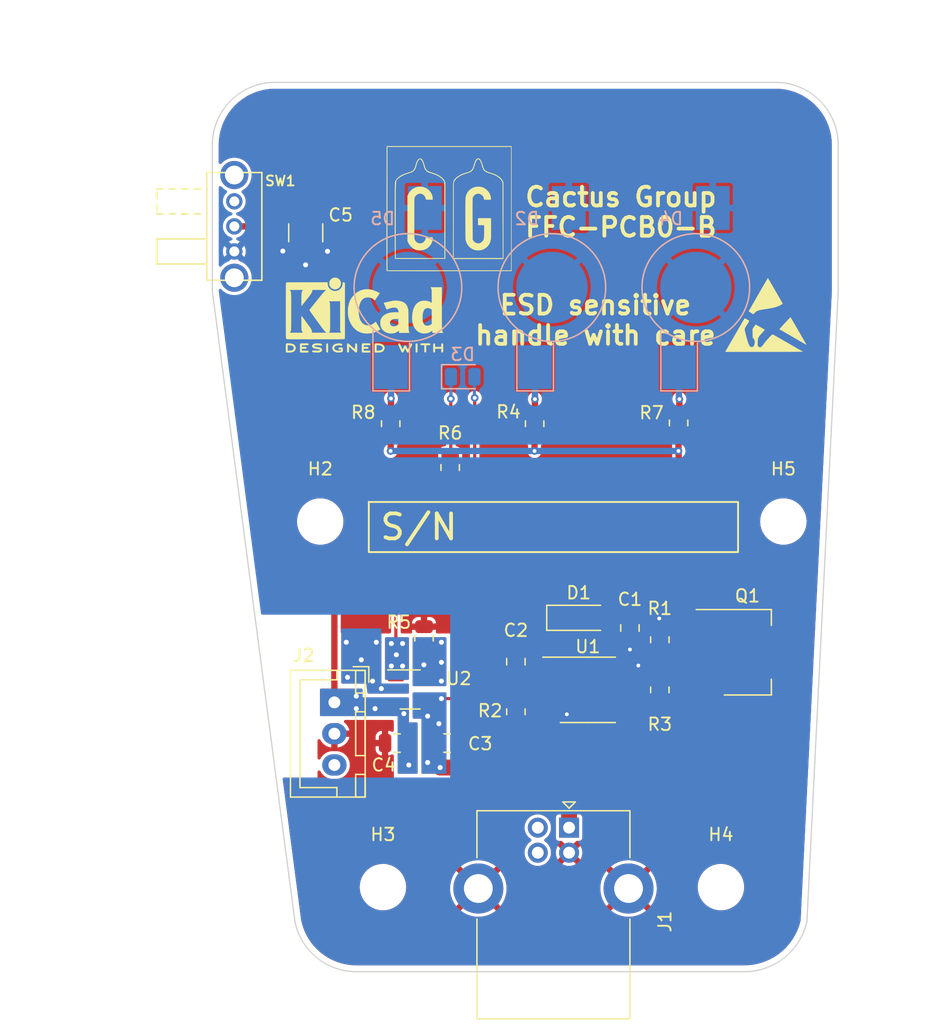
<source format=kicad_pcb>
(kicad_pcb (version 20211014) (generator pcbnew)

  (general
    (thickness 1.6)
  )

  (paper "A4")
  (layers
    (0 "F.Cu" signal)
    (31 "B.Cu" signal)
    (32 "B.Adhes" user "B.Adhesive")
    (33 "F.Adhes" user "F.Adhesive")
    (34 "B.Paste" user)
    (35 "F.Paste" user)
    (36 "B.SilkS" user "B.Silkscreen")
    (37 "F.SilkS" user "F.Silkscreen")
    (38 "B.Mask" user)
    (39 "F.Mask" user)
    (40 "Dwgs.User" user "User.Drawings")
    (41 "Cmts.User" user "User.Comments")
    (42 "Eco1.User" user "User.Eco1")
    (43 "Eco2.User" user "User.Eco2")
    (44 "Edge.Cuts" user)
    (45 "Margin" user)
    (46 "B.CrtYd" user "B.Courtyard")
    (47 "F.CrtYd" user "F.Courtyard")
    (48 "B.Fab" user)
    (49 "F.Fab" user)
    (50 "User.1" user)
    (51 "User.2" user)
    (52 "User.3" user)
    (53 "User.4" user)
    (54 "User.5" user)
    (55 "User.6" user)
    (56 "User.7" user)
    (57 "User.8" user)
    (58 "User.9" user)
  )

  (setup
    (stackup
      (layer "F.SilkS" (type "Top Silk Screen") (color "Black") (material "Direct Printing"))
      (layer "F.Paste" (type "Top Solder Paste"))
      (layer "F.Mask" (type "Top Solder Mask") (color "White") (thickness 0.01) (material "Epoxy") (epsilon_r 3.3) (loss_tangent 0))
      (layer "F.Cu" (type "copper") (thickness 0.035))
      (layer "dielectric 1" (type "core") (thickness 1.51) (material "FR4") (epsilon_r 4.5) (loss_tangent 0.02))
      (layer "B.Cu" (type "copper") (thickness 0.035))
      (layer "B.Mask" (type "Bottom Solder Mask") (color "White") (thickness 0.01) (material "Epoxy") (epsilon_r 3.3) (loss_tangent 0))
      (layer "B.Paste" (type "Bottom Solder Paste"))
      (layer "B.SilkS" (type "Bottom Silk Screen") (color "Black") (material "Direct Printing"))
      (copper_finish "None")
      (dielectric_constraints no)
    )
    (pad_to_mask_clearance 0)
    (pcbplotparams
      (layerselection 0x00010fc_ffffffff)
      (disableapertmacros false)
      (usegerberextensions false)
      (usegerberattributes true)
      (usegerberadvancedattributes true)
      (creategerberjobfile true)
      (svguseinch false)
      (svgprecision 6)
      (excludeedgelayer true)
      (plotframeref false)
      (viasonmask false)
      (mode 1)
      (useauxorigin false)
      (hpglpennumber 1)
      (hpglpenspeed 20)
      (hpglpendiameter 15.000000)
      (dxfpolygonmode true)
      (dxfimperialunits true)
      (dxfusepcbnewfont true)
      (psnegative false)
      (psa4output false)
      (plotreference true)
      (plotvalue true)
      (plotinvisibletext false)
      (sketchpadsonfab false)
      (subtractmaskfromsilk false)
      (outputformat 1)
      (mirror false)
      (drillshape 0)
      (scaleselection 1)
      (outputdirectory "gerber/")
    )
  )

  (net 0 "")
  (net 1 "+BATT")
  (net 2 "GND")
  (net 3 "THR")
  (net 4 "VBUS")
  (net 5 "BTT")
  (net 6 "Net-(D2-Pad1)")
  (net 7 "Net-(D3-Pad1)")
  (net 8 "unconnected-(J1-Pad2)")
  (net 9 "unconnected-(J1-Pad3)")
  (net 10 "unconnected-(J2-Pad3)")
  (net 11 "Net-(Q1-Pad1)")
  (net 12 "Net-(Q1-Pad2)")
  (net 13 "Net-(R2-Pad1)")
  (net 14 "PRG")
  (net 15 "CH")
  (net 16 "unconnected-(U1-Pad2)")
  (net 17 "unconnected-(U1-Pad4)")
  (net 18 "unconnected-(U1-Pad6)")
  (net 19 "unconnected-(U1-Pad8)")
  (net 20 "unconnected-(U1-Pad9)")
  (net 21 "unconnected-(U1-Pad11)")
  (net 22 "unconnected-(U1-Pad13)")
  (net 23 "Net-(D1-Pad2)")
  (net 24 "unconnected-(SW1-Pad1)")
  (net 25 "Net-(D4-Pad1)")
  (net 26 "Net-(D5-Pad1)")

  (footprint "Alessio Impronte con 3D:USB_Balessio" (layer "F.Cu") (at 32 66 -90))

  (footprint "Alessio Impronte con 3D:LOGO_GC_NIXIE" (layer "F.Cu") (at 22.39 16.58))

  (footprint "Resistor_SMD:R_0805_2012Metric" (layer "F.Cu") (at 29.25 33.75 -90))

  (footprint "Capacitor_SMD:C_0805_2012Metric" (layer "F.Cu") (at 27.75 52.75 90))

  (footprint "MountingHole:MountingHole_3.2mm_M3" (layer "F.Cu") (at 49.12 41.56))

  (footprint "Capacitor_SMD:C_1210_3225Metric" (layer "F.Cu") (at 10.96 18.51 90))

  (footprint "MountingHole:MountingHole_3.2mm_M3" (layer "F.Cu") (at 12.12 41.56))

  (footprint "Capacitor_SMD:C_0805_2012Metric" (layer "F.Cu") (at 18.25 59.25 180))

  (footprint "Symbol:ESD-Logo_6.6x6mm_SilkScreen" (layer "F.Cu") (at 47.72824 25.054512))

  (footprint "Resistor_SMD:R_0805_2012Metric" (layer "F.Cu") (at 40.75 33.69 -90))

  (footprint "Capacitor_SMD:C_0805_2012Metric" (layer "F.Cu") (at 22.25 59.25))

  (footprint "Resistor_SMD:R_0805_2012Metric" (layer "F.Cu") (at 27.75 56.75 -90))

  (footprint "Package_SO:TSSOP-14_4.4x5mm_P0.65mm" (layer "F.Cu") (at 33.5 55))

  (footprint "Symbol:KiCad-Logo2_5mm_SilkScreen" (layer "F.Cu") (at 15.65 25.07))

  (footprint "Package_TO_SOT_SMD:SOT-223" (layer "F.Cu") (at 46.25 52))

  (footprint "Resistor_SMD:R_0805_2012Metric" (layer "F.Cu") (at 39.25 55 90))

  (footprint "MountingHole:MountingHole_3.2mm_M3" (layer "F.Cu") (at 17.13 70.75))

  (footprint "Diode_SMD:D_MiniMELF" (layer "F.Cu") (at 32.766 49.25))

  (footprint "Package_TO_SOT_SMD:SOT-23-5" (layer "F.Cu") (at 19.3 54.97))

  (footprint "MountingHole:MountingHole_3.2mm_M3" (layer "F.Cu") (at 44.13 70.75))

  (footprint "Capacitor_SMD:C_0805_2012Metric" (layer "F.Cu") (at 36.86 50.06 90))

  (footprint "Resistor_SMD:R_0805_2012Metric" (layer "F.Cu") (at 17.75 33.75 -90))

  (footprint "Resistor_SMD:R_0805_2012Metric" (layer "F.Cu") (at 20.41 50.8675 90))

  (footprint "Resistor_SMD:R_0805_2012Metric" (layer "F.Cu") (at 39.25 51 90))

  (footprint "Connector_JST:JST_XH_B3B-XH-A_1x03_P2.50mm_Vertical" (layer "F.Cu") (at 13.25 56 -90))

  (footprint "Resistor_SMD:R_0805_2012Metric" (layer "F.Cu") (at 22.5 37.25 -90))

  (footprint "Alessio Impronte con 3D:OS102011MA1QN1" (layer "F.Cu") (at 5.25575 18 -90))

  (footprint "LED_SMD:LED_0805_2012Metric" (layer "B.Cu") (at 23.5 30))

  (footprint "Alessio Impronte con 3D:LED_1W_3W_R8" (layer "B.Cu") (at 30.625 22.88 90))

  (footprint "Alessio Impronte con 3D:LED_1W_3W_R8" (layer "B.Cu") (at 42.125 22.88 90))

  (footprint "Alessio Impronte con 3D:LED_1W_3W_R8" (layer "B.Cu") (at 19.125 22.88 90))

  (gr_rect (start 16 40.000008) (end 45.499994 44) (layer "F.SilkS") (width 0.15) (fill none) (tstamp ed4d155f-d665-49bf-aa67-bfbcc1dc9a3a))
  (gr_line (start 0 23.17) (end 6.875 81.25) (layer "Dwgs.User") (width 0.15) (tstamp 37c7617c-a0c9-4ebd-89b9-10d0bb00b2ae))
  (gr_line (start 3 3) (end 58 3) (layer "Dwgs.User") (width 0.15) (tstamp 424dee58-930a-4a9d-8020-ee4cb636cc24))
  (gr_line (start 61.25 23.17) (end 61.25 0) (layer "Dwgs.User") (width 0.15) (tstamp 42a05510-bc24-4a92-9a80-ab5ad398c008))
  (gr_line (start 0 0) (end 0 23.17) (layer "Dwgs.User") (width 0.15) (tstamp 5fdb3320-31a9-40c9-b720-bfdb5da6b8cf))
  (gr_line (start 58 3) (end 58 23.17) (layer "Dwgs.User") (width 0.15) (tstamp 86d322fe-eb62-4050-9712-313981a6f995))
  (gr_line (start 3 23.17) (end 3 3) (layer "Dwgs.User") (width 0.15) (tstamp 8bfebcc1-410a-4634-a4ea-07f229feef0b))
  (gr_line (start 0 0) (end 61.25 0) (layer "Dwgs.User") (width 0.15) (tstamp 8f67d975-82a0-43ca-a0c0-dd5d1fd8a152))
  (gr_line (start 58 23.17) (end 51.375 78.25) (layer "Dwgs.User") (width 0.15) (tstamp 924b9f8d-771b-4d9b-bab4-b7273e901226))
  (gr_line (start 9.875 78.25) (end 3 23.17) (layer "Dwgs.User") (width 0.15) (tstamp 9c51e52e-9854-4331-a896-f015d3e15efd))
  (gr_line (start 51.375 78.25) (end 9.875 78.25) (layer "Dwgs.User") (width 0.15) (tstamp abd85f65-00be-4ffe-aba9-db38fa6633ad))
  (gr_line (start 6.875 81.25) (end 54.375 81.25) (layer "Dwgs.User") (width 0.15) (tstamp d1fd4e8d-61bd-48e2-aa71-27ce5d0d5da7))
  (gr_line (start 54.375 81.25) (end 61.25 23.17) (layer "Dwgs.User") (width 0.15) (tstamp d9d96db5-e835-45db-bc70-bbcdef07c13b))
  (gr_arc (start 15 77.5) (mid 11.830056 76.366711) (end 10.097097 73.480581) (layer "Edge.Cuts") (width 0.1) (tstamp 20152558-e002-4abe-a104-41f9aeca5ceb))
  (gr_arc (start 48.5 6.5) (mid 52.035534 7.964466) (end 53.5 11.5) (layer "Edge.Cuts") (width 0.1) (tstamp 3d19e22b-2666-4e7d-825d-37a04ed07fa1))
  (gr_line (start 3.5 11.5) (end 3.5 23.17) (layer "Edge.Cuts") (width 0.1) (tstamp 668b82fe-b542-4bd0-b2a5-5dae0ac43510))
  (gr_line (start 53.5 23.17) (end 51 73.5) (layer "Edge.Cuts") (width 0.1) (tstamp 7e161eeb-8c4e-4a1e-85be-cb77576ccf84))
  (gr_line (start 46 77.5) (end 15 77.5) (layer "Edge.Cuts") (width 0.1) (tstamp 926e5054-a7db-4302-93ca-21a1590ea448))
  (gr_arc (start 51 73.5) (mid 49.201562 76.376953) (end 46 77.5) (layer "Edge.Cuts") (width 0.1) (tstamp a72be1e0-9af1-4c8b-a80a-e23a2ce6ded3))
  (gr_line (start 8.5 6.5) (end 48.5 6.5) (layer "Edge.Cuts") (width 0.1) (tstamp b332e204-7bb1-4429-a8f0-2694ea85959e))
  (gr_line (start 53.5 23.17) (end 53.5 11.5) (layer "Edge.Cuts") (width 0.1) (tstamp beb3c8d5-5d21-4d26-a44c-d3f9c4f5aa91))
  (gr_arc (start 3.5 11.5) (mid 4.964466 7.964466) (end 8.5 6.5) (layer "Edge.Cuts") (width 0.1) (tstamp c526b1c7-4901-4110-8dfe-530311196312))
  (gr_line (start 3.5 23.17) (end 10.097097 73.480581) (layer "Edge.Cuts") (width 0.1) (tstamp efa18901-dd65-4597-9399-7e85f1015b89))
  (gr_text "Cactus Group\nFFC-PCB0-B" (at 36.14 16.86) (layer "F.SilkS") (tstamp 36aabf7a-c658-420c-bea6-687becbe05e9)
    (effects (font (size 1.5 1.5) (thickness 0.3)))
  )
  (gr_text "S/N" (at 20 42) (layer "F.SilkS") (tstamp 4e94321d-d941-45b0-9908-2622ad990223)
    (effects (font (size 2 2) (thickness 0.3)))
  )
  (gr_text "ESD sensitive\nhandle with care" (at 34.11 25.49) (layer "F.SilkS") (tstamp d2bcb3ab-17cf-40fa-be1d-d645ecaa9cce)
    (effects (font (size 1.5 1.5) (thickness 0.3)))
  )
  (gr_text "53,5*77,5" (at -9.625 2.175) (layer "Dwgs.User") (tstamp 03feac72-98b7-4654-a672-d344349eb6a0)
    (effects (font (size 1 1) (thickness 0.15)))
  )
  (dimension (type aligned) (layer "Dwgs.User") (tstamp e7e50557-9563-4ff1-ba46-3ed30663a8c1)
    (pts (xy 0 0) (xy 0 20))
    (height 2.5)
    (gr_text "787,4016 mils" (at -3.65 10 90) (layer "Dwgs.User") (tstamp e7e50557-9563-4ff1-ba46-3ed30663a8c1)
      (effects (font (size 1 1) (thickness 0.15)))
    )
    (format (units 3) (units_format 1) (precision 4))
    (style (thickness 0.15) (arrow_length 1.27) (text_position_mode 0) (extension_height 0.58642) (extension_offset 0.5) keep_text_aligned)
  )

  (segment (start 39.25 50.0875) (end 39.25 49.35) (width 0.254) (layer "F.Cu") (net 1) (tstamp 00a41635-69a1-422f-966b-ffa17f2dc42c))
  (segment (start 10.96 19.985) (end 10.96 21.06) (width 0.508) (layer "F.Cu") (net 1) (tstamp 0d3968b7-8e08-43fd-b80e-653ddfff2ae8))
  (segment (start 36.3725 53.06) (end 36.3625 53.05) (width 0.254) (layer "F.Cu") (net 1) (tstamp 11924274-41aa-4ed4-ac19-a087e82e92f9))
  (segment (start 37.53 53.06) (end 36.3725 53.06) (width 0.254) (layer "F.Cu") (net 1) (tstamp 26f6d283-558e-4dc2-897b-759c6ae93d7f))
  (segment (start 31.82 56.95) (end 30.6375 56.95) (width 0.254) (layer "F.Cu") (net 1) (tstamp 4a3c6e3a-5846-48ae-b648-dfdfafe4720f))
  (segment (start 10.96 21.06) (end 10.95 21.07) (width 0.508) (layer "F.Cu") (net 1) (tstamp 513e5551-4f38-4772-9a26-9333e26b9b75))
  (segment (start 10.96 19.985) (end 9.145 19.985) (width 0.508) (layer "F.Cu") (net 1) (tstamp 6816b2d6-f8ef-4d2d-b7dd-3a7981b7326a))
  (segment (start 36.86 51.01) (end 36.86 51.78) (width 0.254) (layer "F.Cu") (net 1) (tstamp 7b61640f-e399-4435-b0ca-058bb0a62067))
  (segment (start 9.145 19.985) (end 9.13 19.97) (width 0.508) (layer "F.Cu") (net 1) (tstamp 8f460b17-0aa7-4f38-9f7a-9dd078431ad0))
  (segment (start 39.25 49.35) (end 39.2 49.3) (width 0.254) (layer "F.Cu") (net 1) (tstamp 9841e22e-10c0-4386-8d15-324543840145))
  (segment (start 10.96 19.985) (end 12.695 19.985) (width 0.508) (layer "F.Cu") (net 1) (tstamp a469edc5-864b-4376-a058-e575e5b10171))
  (segment (start 12.695 19.985) (end 12.7 19.99) (width 0.508) (layer "F.Cu") (net 1) (tstamp c8163bbd-b93f-4ea7-bbd3-484a6aa9f5e7))
  (via (at 36.86 51.78) (size 0.6096) (drill 0.3048) (layers "F.Cu" "B.Cu") (net 1) (tstamp 10607ccb-13ff-488c-9c63-5d27a8bc270b))
  (via (at 10.95 21.07) (size 0.8) (drill 0.4) (layers "F.Cu" "B.Cu") (net 1) (tstamp 41c3b91e-bf4b-4cc5-a1a9-91b0dac850fd))
  (via (at 9.13 19.97) (size 0.8) (drill 0.4) (layers "F.Cu" "B.Cu") (net 1) (tstamp 54626092-b797-42d7-8c76-55b9904b12dd))
  (via (at 31.82 56.95) (size 0.6096) (drill 0.3048) (layers "F.Cu" "B.Cu") (net 1) (tstamp 6b98b825-617e-4418-bebe-fe2039e77f06))
  (via (at 39.2 49.3) (size 0.6096) (drill 0.3048) (layers "F.Cu" "B.Cu") (net 1) (tstamp b8a78f02-0cd0-49fd-8033-e2885179ad5e))
  (via (at 12.7 19.99) (size 0.8) (drill 0.4) (layers "F.Cu" "B.Cu") (net 1) (tstamp ed2c1530-6343-4a3a-9d7d-01ac186115b5))
  (via (at 37.53 53.06) (size 0.6096) (drill 0.3048) (layers "F.Cu" "B.Cu") (net 1) (tstamp f214c7d6-93b0-4531-b0c4-8bb86ac41973))
  (via (at 16.3 54.3) (size 0.8) (drill 0.4) (layers "F.Cu" "B.Cu") (free) (net 2) (tstamp 07506ed9-b9ae-4a05-a0f6-bcb92f029c60))
  (via (at 17 54.9) (size 0.8) (drill 0.4) (layers "F.Cu" "B.Cu") (free) (net 2) (tstamp 5600d29b-f665-422d-932c-b1ddf423f179))
  (via (at 16.6 51.2) (size 0.8) (drill 0.4) (layers "F.Cu" "B.Cu") (free) (net 2) (tstamp 5b780338-2ebd-4bcb-96ef-08fd321027a9))
  (via (at 14.3 54) (size 0.8) (drill 0.4) (layers "F.Cu" "B.Cu") (free) (net 2) (tstamp 791e5712-08f1-44dd-a510-873fb62747ff))
  (via (at 14.2 51.2) (size 0.8) (drill 0.4) (layers "F.Cu" "B.Cu") (free) (net 2) (tstamp 7c704232-04a8-49e1-8b01-b49b908593e9))
  (via (at 15.4 52.6) (size 0.8) (drill 0.4) (layers "F.Cu" "B.Cu") (free) (net 2) (tstamp f8a709e2-e945-4875-9737-9ad8f7fae147))
  (segment (start 31.016 51.526) (end 32.13 52.64) (width 0.25) (layer "F.Cu") (net 3) (tstamp 01010d70-d59d-4bdd-85ca-b19f48b01f87))
  (segment (start 36.3625 55.65) (end 38.9875 55.65) (width 0.254) (layer "F.Cu") (net 3) (tstamp 1627f86f-fd09-42ea-8d1e-3095c9551330))
  (segment (start 30.6375 54.35) (end 32.13 54.35) (width 0.254) (layer "F.Cu") (net 3) (tstamp 1bf07b1a-b659-4054-ba28-9513af66f291))
  (segment (start 30.6375 54.35) (end 29.22 54.35) (width 0.254) (layer "F.Cu") (net 3) (tstamp 24300085-c511-46c8-b0a8-c435ed72984b))
  (segment (start 36.3625 55.65) (end 33.43 55.65) (width 0.25) (layer "F.Cu") (net 3) (tstamp 2780c9e5-624f-41d0-a90f-8f585f2e8229))
  (segment (start 29.22 54.35) (end 28.57 53.7) (width 0.254) (layer "F.Cu") (net 3) (tstamp 5a7bff44-7b50-49bc-a53e-5ad2d385cd23))
  (segment (start 33.43 55.65) (end 32.945 55.165) (width 0.25) (layer "F.Cu") (net 3) (tstamp 83ae6b70-61a4-4d29-b7df-54f8b1004dcf))
  (segment (start 28.57 53.7) (end 27.75 53.7) (width 0.254) (layer "F.Cu") (net 3) (tstamp 88a023ae-f2fe-4b6c-8112-7557bd5d8594))
  (segment (start 32.13 54.35) (end 32.945 55.165) (width 0.25) (layer "F.Cu") (net 3) (tstamp c573a736-96e2-4d4b-84b3-dd9205451109))
  (segment (start 31.016 49.25) (end 31.016 51.526) (width 0.25) (layer "F.Cu") (net 3) (tstamp ca0c8296-04cd-4ca7-9983-957c4d7a3dbe))
  (segment (start 38.9875 55.65) (end 39.25 55.9125) (width 0.254) (layer "F.Cu") (net 3) (tstamp d42774b9-0d56-4cbc-a695-4ba3caa63a8e))
  (segment (start 32.13 52.64) (end 32.13 54.35) (width 0.25) (layer "F.Cu") (net 3) (tstamp f991217c-0d02-49dd-a84d-d84f01a303a8))
  (segment (start 23 55.7) (end 24.46 54.24) (width 0.254) (layer "F.Cu") (net 4) (tstamp 09df8f63-15ca-46e7-bd53-89e1a452b90e))
  (segment (start 24.46 54.24) (end 24.46 31.69) (width 0.254) (layer "F.Cu") (net 4) (tstamp 77b57aac-a1eb-4734-88cd-9d0647bd6382))
  (segment (start 32 66) (end 32 63.3) (width 1.27) (layer "F.Cu") (net 4) (tstamp 8fe331a5-19cf-4e62-95f6-b2cbc7d1246f))
  (segment (start 29.9 61.2) (end 21.7 61.2) (width 1.27) (layer "F.Cu") (net 4) (tstamp 9cc04b53-d9ee-4b6b-8ec9-74130fa71aa8))
  (segment (start 32 63.3) (end 29.9 61.2) (width 1.27) (layer "F.Cu") (net 4) (tstamp be3741c0-b1ca-4d4d-8a70-feafd1be05fa))
  (segment (start 21.8 55.7) (end 23 55.7) (width 0.254) (layer "F.Cu") (net 4) (tstamp c0d42894-b37b-4d54-9002-e4cc5b6af2a4))
  (via (at 20.7 60.8) (size 0.8) (drill 0.4) (layers "F.Cu" "B.Cu") (free) (net 4) (tstamp 1495692d-2d7a-4567-be51-f95d662ec23d))
  (via (at 21.8 55.7) (size 0.8) (drill 0.4) (layers "F.Cu" "B.Cu") (free) (net 4) (tstamp 516538a5-0023-4736-8299-d49572d32f42))
  (via (at 24.46 31.69) (size 0.6096) (drill 0.3048) (layers "F.Cu" "B.Cu") (net 4) (tstamp 617e189b-314f-4c15-8793-f10ee3a06d89))
  (via (at 21.7 61.2) (size 0.8) (drill 0.4) (layers "F.Cu" "B.Cu") (free) (net 4) (tstamp 67ef9383-55d8-4576-ad54-c16c143987ad))
  (via (at 21.6 57.7) (size 0.8) (drill 0.4) (layers "F.Cu" "B.Cu") (free) (net 4) (tstamp 8e5df113-da38-4b7b-9cd7-d1c59eeee82e))
  (via (at 20.7 57.1) (size 0.8) (drill 0.4) (layers "F.Cu" "B.Cu") (free) (net 4) (tstamp a2665aa4-0005-4e79-9751-763a942980bb))
  (segment (start 24.4375 31.6675) (end 24.46 31.69) (width 0.254) (layer "B.Cu") (net 4) (tstamp 4b8b2f51-e299-4f06-a97c-f95db983b613))
  (segment (start 24.4375 30) (end 24.4375 31.6675) (width 0.254) (layer "B.Cu") (net 4) (tstamp 4d2e2ab9-2ede-490e-9868-917e398d3f21))
  (segment (start 5.25575 18) (end 6.9 18) (width 0.508) (layer "F.Cu") (net 5) (tstamp 0ae987d5-65df-46c2-a9cc-c121fafb280f))
  (segment (start 1
... [286232 chars truncated]
</source>
